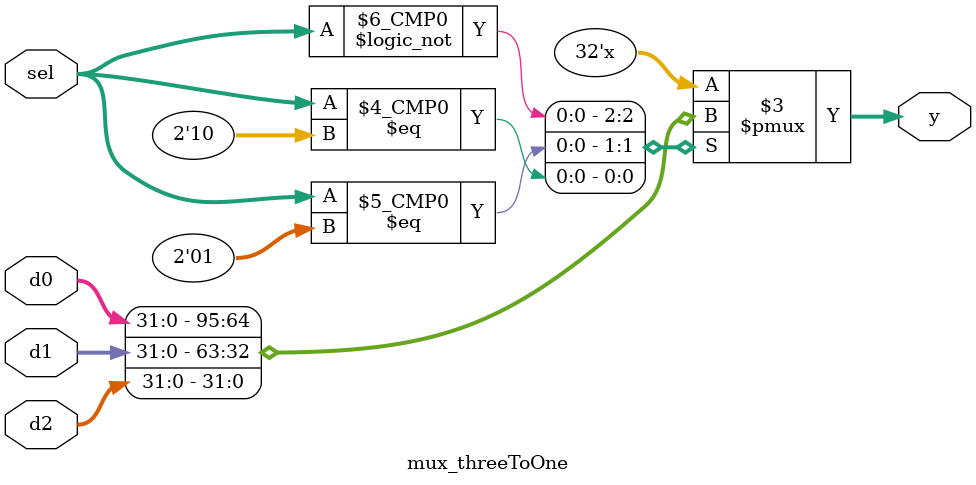
<source format=sv>
`timescale 1ns / 1ps

module mux_threeToOne #(parameter WIDTH = 32) (
    input logic [WIDTH-1:0] d0, d1, d2, 
    input logic [1:0] sel, 
    output logic [WIDTH-1:0] y
);

always_comb
    begin
        case(sel)
            2'b00: y = d0;
            2'b01: y = d1;
            2'b10: y = d2;        
        endcase
    end

endmodule

</source>
